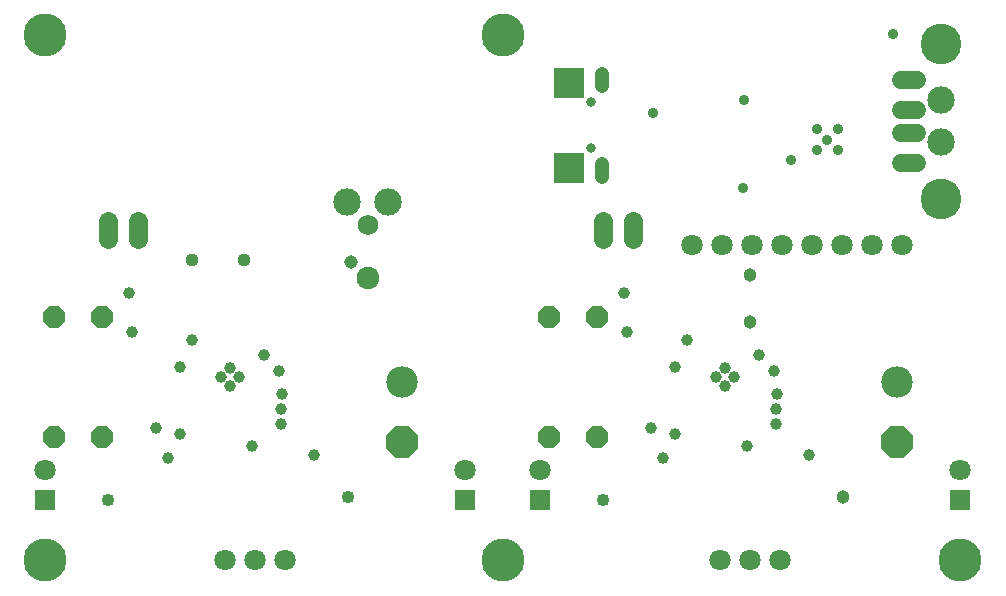
<source format=gbs>
G75*
%MOIN*%
%OFA0B0*%
%FSLAX25Y25*%
%IPPOS*%
%LPD*%
%AMOC8*
5,1,8,0,0,1.08239X$1,22.5*
%
%ADD10OC8,0.07100*%
%ADD11C,0.04437*%
%ADD12C,0.10500*%
%ADD13OC8,0.10500*%
%ADD14C,0.06799*%
%ADD15C,0.07587*%
%ADD16C,0.06406*%
%ADD17R,0.07100X0.07100*%
%ADD18C,0.07100*%
%ADD19C,0.14343*%
%ADD20C,0.03475*%
%ADD21C,0.09100*%
%ADD22C,0.06110*%
%ADD23C,0.13555*%
%ADD24C,0.03256*%
%ADD25R,0.10343X0.10343*%
%ADD26C,0.04656*%
%ADD27C,0.03869*%
%ADD28C,0.04500*%
%ADD29C,0.04262*%
%ADD30C,0.03450*%
%ADD31C,0.04459*%
D10*
X0024500Y0086790D03*
X0040500Y0086790D03*
X0040500Y0126790D03*
X0024500Y0126790D03*
X0189500Y0126790D03*
X0205500Y0126790D03*
X0205500Y0086790D03*
X0189500Y0086790D03*
D11*
X0087661Y0145853D03*
X0070339Y0145853D03*
D12*
X0140500Y0105290D03*
X0305500Y0105290D03*
D13*
X0305500Y0085290D03*
X0140500Y0085290D03*
D14*
X0128894Y0157526D03*
D15*
X0128894Y0139810D03*
D16*
X0052500Y0152838D02*
X0052500Y0158743D01*
X0042500Y0158743D02*
X0042500Y0152838D01*
X0207500Y0152838D02*
X0207500Y0158743D01*
X0217500Y0158743D02*
X0217500Y0152838D01*
D17*
X0186500Y0065790D03*
X0161500Y0065790D03*
X0021500Y0065790D03*
X0326500Y0065790D03*
D18*
X0326500Y0075790D03*
X0266500Y0045790D03*
X0256500Y0045790D03*
X0246500Y0045790D03*
X0186500Y0075790D03*
X0161500Y0075790D03*
X0101500Y0045790D03*
X0091500Y0045790D03*
X0081500Y0045790D03*
X0021500Y0075790D03*
X0237000Y0150790D03*
X0247000Y0150790D03*
X0257000Y0150790D03*
X0267000Y0150790D03*
X0277000Y0150790D03*
X0287000Y0150790D03*
X0297000Y0150790D03*
X0307000Y0150790D03*
D19*
X0021500Y0045790D03*
X0174000Y0045790D03*
X0326500Y0045790D03*
X0174000Y0220790D03*
X0021500Y0220790D03*
D20*
X0278512Y0189515D03*
X0282055Y0185971D03*
X0278512Y0182428D03*
X0285598Y0182428D03*
X0285598Y0189515D03*
D21*
X0320000Y0185347D03*
X0320000Y0199127D03*
X0135693Y0165290D03*
X0121913Y0165290D03*
D22*
X0306526Y0178261D02*
X0312136Y0178261D01*
X0312136Y0188103D02*
X0306526Y0188103D01*
X0306526Y0195977D02*
X0312136Y0195977D01*
X0312136Y0205820D02*
X0306526Y0205820D01*
D23*
X0320000Y0217906D03*
X0320000Y0166174D03*
D24*
X0203500Y0183113D03*
X0203500Y0198467D03*
D25*
X0196020Y0204963D03*
X0196020Y0176617D03*
D26*
X0207043Y0177798D02*
X0207043Y0173642D01*
X0207043Y0203782D02*
X0207043Y0207938D01*
D27*
X0214500Y0134790D03*
X0215500Y0121790D03*
X0231500Y0110290D03*
X0245000Y0106790D03*
X0248000Y0103790D03*
X0251000Y0106790D03*
X0248000Y0109790D03*
X0259500Y0114290D03*
X0264500Y0108790D03*
X0265500Y0101290D03*
X0265000Y0096290D03*
X0265000Y0091290D03*
X0255500Y0083790D03*
X0276000Y0080790D03*
X0231500Y0087790D03*
X0223500Y0089790D03*
X0227500Y0079790D03*
X0235500Y0119290D03*
X0111000Y0080790D03*
X0100000Y0091290D03*
X0100000Y0096290D03*
X0100500Y0101290D03*
X0099500Y0108790D03*
X0094500Y0114290D03*
X0086000Y0106790D03*
X0083000Y0103790D03*
X0080000Y0106790D03*
X0083000Y0109790D03*
X0070500Y0119290D03*
X0066500Y0110290D03*
X0050500Y0121790D03*
X0049500Y0134790D03*
X0058500Y0089790D03*
X0066500Y0087790D03*
X0062500Y0079790D03*
X0090500Y0083790D03*
D28*
X0123500Y0145290D03*
D29*
X0122500Y0066790D03*
X0042500Y0065790D03*
X0207500Y0065790D03*
D30*
X0254000Y0169790D03*
X0270000Y0179290D03*
X0254500Y0199290D03*
X0224000Y0194908D03*
X0304000Y0221290D03*
D31*
X0256500Y0140790D03*
X0256500Y0125290D03*
X0287500Y0066790D03*
M02*

</source>
